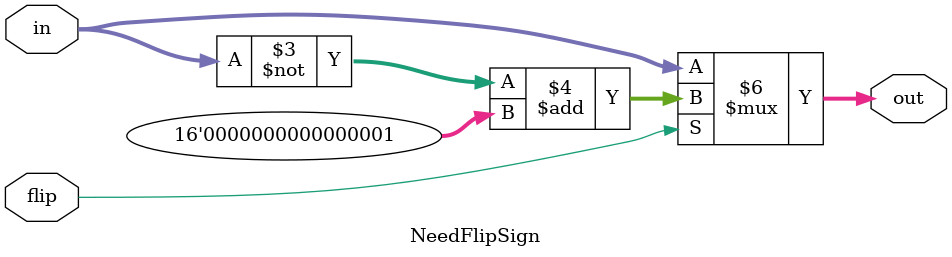
<source format=sv>
module NeedFlipSign
(
input flip,
input [15:0] in,

output logic [15:0] out
);

always_comb
begin

	if(flip == 1'b1) // if it says to flip then  output the flipped sign
		out = ((~in) + 16'b0000000000000001 );
	else 
		out = in; // else dont flip the sign


end
endmodule : NeedFlipSign
</source>
